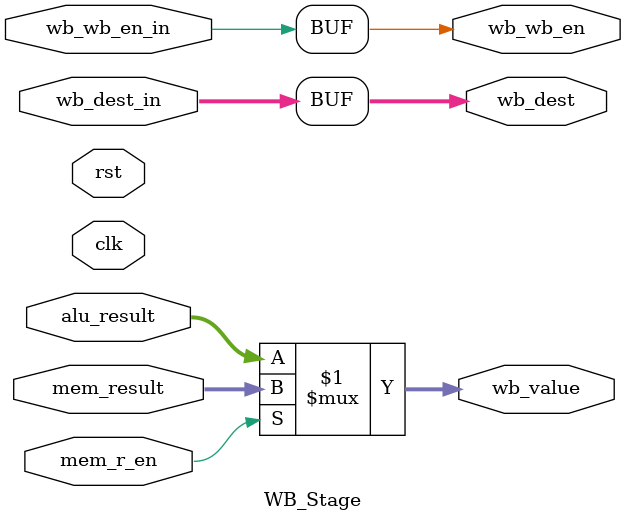
<source format=v>
module WB_Stage (input clk, rst, mem_r_en, wb_wb_en_in,
    input [31:0]alu_result, mem_result, input [3:0] wb_dest_in,
    output [3:0]  wb_dest, output [31:0] wb_value, output wb_wb_en);

    assign wb_dest = wb_dest_in;
    assign wb_wb_en = wb_wb_en_in;
    assign wb_value = mem_r_en ? mem_result : alu_result;

endmodule
</source>
